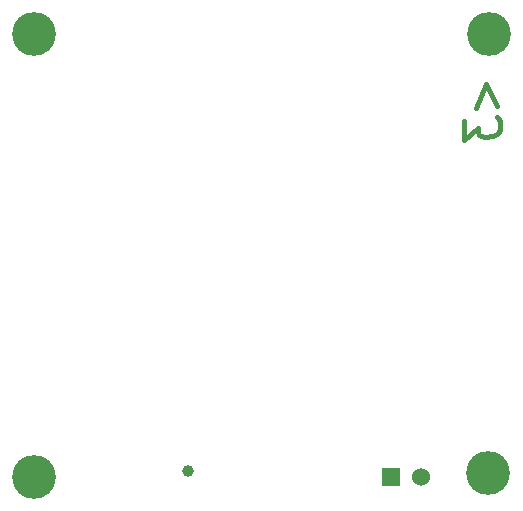
<source format=gbl>
G04 (created by PCBNEW-RS274X (2011-05-25)-stable) date Tue 17 Jan 2012 05:00:04 AM EST*
G01*
G70*
G90*
%MOIN*%
G04 Gerber Fmt 3.4, Leading zero omitted, Abs format*
%FSLAX34Y34*%
G04 APERTURE LIST*
%ADD10C,0.006000*%
%ADD11C,0.017000*%
%ADD12C,0.146000*%
%ADD13C,0.039400*%
%ADD14R,0.060000X0.060000*%
%ADD15C,0.060000*%
G04 APERTURE END LIST*
G54D10*
G54D11*
X48186Y-34957D02*
X48529Y-34152D01*
X48871Y-34872D01*
X47786Y-35388D02*
X47786Y-36007D01*
X48243Y-35617D01*
X48243Y-35759D01*
X48300Y-35848D01*
X48357Y-35888D01*
X48471Y-35922D01*
X48757Y-35886D01*
X48871Y-35824D01*
X48929Y-35769D01*
X48986Y-35666D01*
X48986Y-35381D01*
X48929Y-35292D01*
X48871Y-35253D01*
G54D12*
X33465Y-32480D03*
X48622Y-32480D03*
X48583Y-47126D03*
X33465Y-47244D03*
G54D13*
X38583Y-47047D03*
G54D14*
X45366Y-47244D03*
G54D15*
X46366Y-47244D03*
M02*

</source>
